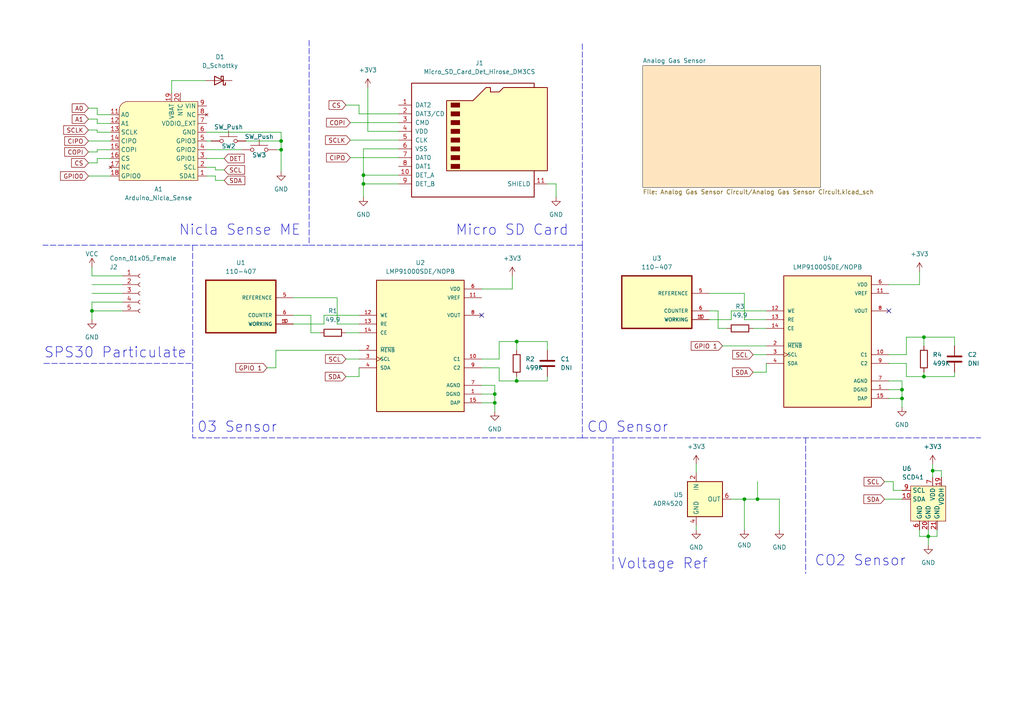
<source format=kicad_sch>
(kicad_sch (version 20211123) (generator eeschema)
  (paper "A4")
  (lib_symbols
    (symbol "Connector:Conn_01x05_Female" (pin_names (offset 1.016) hide)
      (property "Reference" "J" (at 0 7.62 0))
      (property "Value" "Conn_01x05_Female" (at 0 -7.62 0))
      (symbol "Conn_01x05_Female_1_1"
        (arc (start 0 -4.572) (mid -0.508 -5.08) (end 0 -5.588) (stroke (width 0.1524)))
        (arc (start 0 -2.032) (mid -0.508 -2.54) (end 0 -3.048) (stroke (width 0.1524)))
        (polyline (pts (xy -1.27 -5.08) (xy -0.508 -5.08)) (stroke (width 0.1524)))
        (polyline (pts (xy -1.27 -2.54) (xy -0.508 -2.54)) (stroke (width 0.1524)))
        (polyline (pts (xy -1.27 0) (xy -0.508 0)) (stroke (width 0.1524)))
        (polyline (pts (xy -1.27 2.54) (xy -0.508 2.54)) (stroke (width 0.1524)))
        (polyline (pts (xy -1.27 5.08) (xy -0.508 5.08)) (stroke (width 0.1524)))
        (arc (start 0 0.508) (mid -0.508 0) (end 0 -0.508) (stroke (width 0.1524)))
        (arc (start 0 3.048) (mid -0.508 2.54) (end 0 2.032) (stroke (width 0.1524)))
        (arc (start 0 5.588) (mid -0.508 5.08) (end 0 4.572) (stroke (width 0.1524)))
        (pin passive line (at -5.08 5.08 0) (length 3.81) (name "Pin_1") (number "1"))
        (pin passive line (at -5.08 2.54 0) (length 3.81) (name "Pin_2") (number "2"))
        (pin passive line (at -5.08 0 0) (length 3.81) (name "Pin_3") (number "3"))
        (pin passive line (at -5.08 -2.54 0) (length 3.81) (name "Pin_4") (number "4"))
        (pin passive line (at -5.08 -5.08 0) (length 3.81) (name "Pin_5") (number "5"))
      )
    )
    (symbol "Connector:Micro_SD_Card_Det_Hirose_DM3CS" (pin_names (offset 1.016))
      (property "Reference" "J" (at -16.51 17.78 0))
      (property "Value" "Micro_SD_Card_Det_Hirose_DM3CS" (at 16.51 17.78 0))
      (symbol "Micro_SD_Card_Det_Hirose_DM3CS_0_1"
        (rectangle (start -7.62 -6.985) (end -5.08 -8.255) (fill (type outline)))
        (rectangle (start -7.62 -4.445) (end -5.08 -5.715) (fill (type outline)))
        (rectangle (start -7.62 -1.905) (end -5.08 -3.175) (fill (type outline)))
        (rectangle (start -7.62 0.635) (end -5.08 -0.635) (fill (type outline)))
        (rectangle (start -7.62 3.175) (end -5.08 1.905) (fill (type outline)))
        (rectangle (start -7.62 5.715) (end -5.08 4.445) (fill (type outline)))
        (rectangle (start -7.62 8.255) (end -5.08 6.985) (fill (type outline)))
        (rectangle (start -7.62 10.795) (end -5.08 9.525) (fill (type outline)))
        (polyline (pts (xy 16.51 15.24) (xy 16.51 16.51) (xy -19.05 16.51) (xy -19.05 -16.51) (xy 16.51 -16.51) (xy 16.51 -8.89)) (stroke (width 0.254)))
        (polyline (pts (xy -8.89 -8.89) (xy -8.89 11.43) (xy -1.27 11.43) (xy 2.54 15.24) (xy 3.81 15.24) (xy 3.81 13.97) (xy 6.35 13.97) (xy 7.62 15.24) (xy 20.32 15.24) (xy 20.32 -8.89) (xy -8.89 -8.89)) (stroke (width 0.254)) (fill (type background)))
      )
      (symbol "Micro_SD_Card_Det_Hirose_DM3CS_1_1"
        (pin bidirectional line (at -22.86 10.16 0) (length 3.81) (name "DAT2") (number "1"))
        (pin passive line (at -22.86 -10.16 0) (length 3.81) (name "DET_A") (number "10"))
        (pin passive line (at 20.32 -12.7 180) (length 3.81) (name "SHIELD") (number "11"))
        (pin bidirectional line (at -22.86 7.62 0) (length 3.81) (name "DAT3/CD") (number "2"))
        (pin input line (at -22.86 5.08 0) (length 3.81) (name "CMD") (number "3"))
        (pin power_in line (at -22.86 2.54 0) (length 3.81) (name "VDD") (number "4"))
        (pin input line (at -22.86 0 0) (length 3.81) (name "CLK") (number "5"))
        (pin power_in line (at -22.86 -2.54 0) (length 3.81) (name "VSS") (number "6"))
        (pin bidirectional line (at -22.86 -5.08 0) (length 3.81) (name "DAT0") (number "7"))
        (pin bidirectional line (at -22.86 -7.62 0) (length 3.81) (name "DAT1") (number "8"))
        (pin passive line (at -22.86 -12.7 0) (length 3.81) (name "DET_B") (number "9"))
      )
    )
    (symbol "Device:C" (pin_numbers hide) (pin_names (offset 0.254))
      (property "Reference" "C" (at 0.635 2.54 0))
      (property "Value" "C" (at 0.635 -2.54 0))
      (symbol "C_0_1"
        (polyline (pts (xy -2.032 -0.762) (xy 2.032 -0.762)) (stroke (width 0.508)))
        (polyline (pts (xy -2.032 0.762) (xy 2.032 0.762)) (stroke (width 0.508)))
      )
      (symbol "C_1_1"
        (pin passive line (at 0 3.81 270) (length 2.794) (name "~") (number "1"))
        (pin passive line (at 0 -3.81 90) (length 2.794) (name "~") (number "2"))
      )
    )
    (symbol "Device:D_Schottky" (pin_numbers hide) (pin_names (offset 1.016) hide)
      (property "Reference" "D" (at 0 2.54 0))
      (property "Value" "D_Schottky" (at 0 -2.54 0))
      (symbol "D_Schottky_0_1"
        (polyline (pts (xy 1.27 0) (xy -1.27 0)))
        (polyline (pts (xy 1.27 1.27) (xy 1.27 -1.27) (xy -1.27 0) (xy 1.27 1.27)) (stroke (width 0.254)))
        (polyline (pts (xy -1.905 0.635) (xy -1.905 1.27) (xy -1.27 1.27) (xy -1.27 -1.27) (xy -0.635 -1.27) (xy -0.635 -0.635)) (stroke (width 0.254)))
      )
      (symbol "D_Schottky_1_1"
        (pin passive line (at -3.81 0 0) (length 2.54) (name "K") (number "1"))
        (pin passive line (at 3.81 0 180) (length 2.54) (name "A") (number "2"))
      )
    )
    (symbol "Device:R" (pin_numbers hide) (pin_names (offset 0))
      (property "Reference" "R" (at 2.032 0 90))
      (property "Value" "R" (at 0 0 90))
      (symbol "R_0_1"
        (rectangle (start -1.016 -2.54) (end 1.016 2.54) (stroke (width 0.254)))
      )
      (symbol "R_1_1"
        (pin passive line (at 0 3.81 270) (length 1.27) (name "~") (number "1"))
        (pin passive line (at 0 -3.81 90) (length 1.27) (name "~") (number "2"))
      )
    )
    (symbol "LMP91000SDE_NOPB:LMP91000SDE{slash}NOPB" (pin_names (offset 1.016))
      (property "Reference" "U" (at -12.7254 18.4658 0))
      (property "Value" "LMP91000SDE{slash}NOPB" (at -12.7 -22.86 0))
      (symbol "LMP91000SDE{slash}NOPB_0_0"
        (rectangle (start -12.7 -20.32) (end 12.7 17.78) (stroke (width 0.254)) (fill (type background)))
        (pin power_in line (at 17.78 -15.24 180) (length 5.08) (name "DGND") (number "1"))
        (pin passive line (at 17.78 -5.08 180) (length 5.08) (name "C1") (number "10"))
        (pin power_in line (at 17.78 12.7 180) (length 5.08) (name "VREF") (number "11"))
        (pin input line (at -17.78 7.62 0) (length 5.08) (name "WE") (number "12"))
        (pin input line (at -17.78 5.08 0) (length 5.08) (name "RE") (number "13"))
        (pin input line (at -17.78 2.54 0) (length 5.08) (name "CE") (number "14"))
        (pin power_in line (at 17.78 -17.78 180) (length 5.08) (name "DAP") (number "15"))
        (pin input line (at -17.78 -2.54 0) (length 5.08) (name "~{MENB}") (number "2"))
        (pin input clock (at -17.78 -5.08 0) (length 5.08) (name "SCL") (number "3"))
        (pin bidirectional line (at -17.78 -7.62 0) (length 5.08) (name "SDA") (number "4"))
        (pin power_in line (at 17.78 15.24 180) (length 5.08) (name "VDD") (number "6"))
        (pin power_in line (at 17.78 -12.7 180) (length 5.08) (name "AGND") (number "7"))
        (pin output line (at 17.78 7.62 180) (length 5.08) (name "VOUT") (number "8"))
        (pin passive line (at 17.78 -7.62 180) (length 5.08) (name "C2") (number "9"))
      )
    )
    (symbol "MCU_Module:Arduino_Nicla_Sense"
      (property "Reference" "A" (at -8.89 12.7 0))
      (property "Value" "Arduino_Nicla_Sense" (at -11.43 -12.7 0))
      (symbol "Arduino_Nicla_Sense_0_0"
        (pin bidirectional line (at 13.97 -10.16 180) (length 2.54) (name "SDA1") (number "1"))
        (pin input line (at -13.97 7.62 0) (length 2.54) (name "A0") (number "11"))
        (pin input line (at -13.97 5.08 0) (length 2.54) (name "A1") (number "12"))
        (pin output line (at -13.97 2.54 0) (length 2.54) (name "SCLK") (number "13"))
        (pin input line (at -13.97 0 0) (length 2.54) (name "CIPO") (number "14"))
        (pin output line (at -13.97 -2.54 0) (length 2.54) (name "COPI") (number "15"))
        (pin output line (at -13.97 -5.08 0) (length 2.54) (name "CS") (number "16"))
        (pin no_connect line (at -13.97 -7.62 0) (length 2.54) (name "NC") (number "17"))
        (pin bidirectional line (at -13.97 -10.16 0) (length 2.54) (name "GPIO0") (number "18"))
        (pin power_in line (at 3.81 13.97 270) (length 2.54) (name "VBAT") (number "19"))
        (pin bidirectional line (at 13.97 -7.62 180) (length 2.54) (name "SCL") (number "2"))
        (pin input line (at 6.35 13.97 270) (length 2.54) (name "NTC") (number "20"))
        (pin bidirectional line (at 13.97 -5.08 180) (length 2.54) (name "GPIO1") (number "3"))
        (pin bidirectional line (at 13.97 -2.54 180) (length 2.54) (name "GPIO2") (number "4"))
        (pin bidirectional line (at 13.97 0 180) (length 2.54) (name "GPIO3") (number "5"))
        (pin power_in line (at 13.97 2.54 180) (length 2.54) (name "GND") (number "6"))
        (pin input line (at 13.97 5.08 180) (length 2.54) (name "VDDIO_EXT") (number "7"))
        (pin no_connect line (at 13.97 7.62 180) (length 2.54) (name "NC") (number "8"))
        (pin power_in line (at 13.97 10.16 180) (length 2.54) (name "VIN") (number "9"))
      )
      (symbol "Arduino_Nicla_Sense_0_1"
        (arc (start -8.89 11.43) (mid -10.6861 10.6861) (end -11.43 8.89) (fill (type background)))
        (polyline (pts (xy -8.89 11.43) (xy 11.43 11.43) (xy 11.43 -11.43) (xy -11.43 -11.43) (xy -11.43 8.89)) (fill (type background)))
      )
    )
    (symbol "Reference_Voltage:ADR4520"
      (property "Reference" "U" (at 0 6.35 0))
      (property "Value" "ADR4520" (at 2.54 -6.35 0))
      (symbol "ADR4520_0_0"
        (pin no_connect line (at -5.08 0 0) (length 2.54) hide (name "NC") (number "3"))
        (pin no_connect line (at 5.08 2.54 180) (length 2.54) hide (name "NC") (number "7"))
        (pin no_connect line (at 5.08 -2.54 180) (length 2.54) hide (name "NC") (number "8"))
      )
      (symbol "ADR4520_0_1"
        (rectangle (start -5.08 5.08) (end 5.08 -5.08) (stroke (width 0.254)) (fill (type background)))
      )
      (symbol "ADR4520_1_1"
        (pin no_connect line (at -5.08 2.54 0) (length 2.54) hide (name "NC") (number "1"))
        (pin power_in line (at -2.54 7.62 270) (length 2.54) (name "IN") (number "2"))
        (pin power_in line (at -2.54 -7.62 90) (length 2.54) (name "GND") (number "4"))
        (pin no_connect line (at -5.08 -2.54 0) (length 2.54) hide (name "NC") (number "5"))
        (pin power_out line (at 7.62 0 180) (length 2.54) (name "OUT") (number "6"))
      )
    )
    (symbol "Sensirion:SCD41"
      (property "Reference" "U" (at -7.62 10.16 0))
      (property "Value" "SCD41" (at -5.08 7.62 0))
      (symbol "SCD41_0_0"
        (pin no_connect non_logic (at 17.78 13.97 0) (length 2.54) hide (name "DNC") (number "1"))
        (pin output line (at -7.62 1.27 0) (length 2.54) (name "SDA") (number "10"))
        (pin no_connect non_logic (at 17.78 -1.27 0) (length 2.54) hide (name "DNC") (number "11"))
        (pin no_connect non_logic (at 17.78 -3.81 0) (length 2.54) hide (name "DNC") (number "12"))
        (pin no_connect non_logic (at 17.78 -6.35 0) (length 2.54) hide (name "DNC") (number "13"))
        (pin no_connect non_logic (at 17.78 -8.89 0) (length 2.54) hide (name "DNC") (number "14"))
        (pin no_connect non_logic (at 17.78 -11.43 0) (length 2.54) hide (name "DNC") (number "15"))
        (pin no_connect non_logic (at 17.78 -13.97 0) (length 2.54) hide (name "DNC") (number "16"))
        (pin no_connect non_logic (at 17.78 -16.51 0) (length 2.54) hide (name "DNC") (number "17"))
        (pin no_connect non_logic (at 17.78 -19.05 0) (length 2.54) hide (name "DNC") (number "18"))
        (pin power_in line (at 3.81 7.62 270) (length 2.54) (name "VDDH") (number "19"))
        (pin no_connect non_logic (at 17.78 11.43 0) (length 2.54) hide (name "DNC") (number "2"))
        (pin power_in line (at 0 -7.62 90) (length 2.54) (name "GND") (number "20"))
        (pin power_in line (at 2.54 -7.62 90) (length 2.54) (name "GND") (number "21"))
        (pin no_connect non_logic (at 17.78 8.89 0) (length 2.54) hide (name "DNC") (number "3"))
        (pin no_connect non_logic (at 17.78 6.35 0) (length 2.54) hide (name "DNC") (number "4"))
        (pin no_connect non_logic (at 17.78 3.81 0) (length 2.54) hide (name "DNC") (number "5"))
        (pin power_in line (at -2.54 -7.62 90) (length 2.54) (name "GND") (number "6"))
        (pin power_out line (at 1.27 7.62 270) (length 2.54) (name "VDD") (number "7"))
        (pin no_connect non_logic (at 17.78 1.27 0) (length 2.54) hide (name "DNC") (number "8"))
        (pin input line (at -7.62 3.81 0) (length 2.54) (name "SCL") (number "9"))
      )
      (symbol "SCD41_0_1"
        (rectangle (start -5.08 5.08) (end 5.08 -5.08) (fill (type background)))
      )
    )
    (symbol "Spec_Sensor:110-407" (pin_names (offset 1.016))
      (property "Reference" "U" (at -10.16 8.382 0))
      (property "Value" "110-407" (at -10.16 -10.16 0))
      (symbol "110-407_0_0"
        (rectangle (start -10.16 -7.62) (end 10.16 7.62) (stroke (width 0.4064)) (fill (type background)))
        (pin bidirectional line (at -15.24 5.08 0) (length 5.08) (name "WORKING") (number "1"))
        (pin bidirectional line (at -15.24 5.08 0) (length 5.08) (name "WORKING") (number "10"))
        (pin bidirectional line (at -15.24 -2.54 0) (length 5.08) (name "REFERENCE") (number "5"))
        (pin bidirectional line (at -15.24 2.54 0) (length 5.08) (name "COUNTER") (number "6"))
      )
    )
    (symbol "Switch:SW_Push" (pin_numbers hide) (pin_names (offset 1.016) hide)
      (property "Reference" "SW" (at 1.27 2.54 0))
      (property "Value" "SW_Push" (at 0 -1.524 0))
      (symbol "SW_Push_0_1"
        (circle (center -2.032 0) (radius 0.508))
        (polyline (pts (xy 0 1.27) (xy 0 3.048)))
        (polyline (pts (xy 2.54 1.27) (xy -2.54 1.27)))
        (circle (center 2.032 0) (radius 0.508))
        (pin passive line (at -5.08 0 0) (length 2.54) (name "1") (number "1"))
        (pin passive line (at 5.08 0 180) (length 2.54) (name "2") (number "2"))
      )
    )
    (symbol "power:+3.3V" (power) (pin_names (offset 0))
      (property "Value" "+3.3V" (at 0 3.556 0))
      (symbol "+3.3V_0_1"
        (polyline (pts (xy -0.762 1.27) (xy 0 2.54)))
        (polyline (pts (xy 0 0) (xy 0 2.54)))
        (polyline (pts (xy 0 2.54) (xy 0.762 1.27)))
      )
      (symbol "+3.3V_1_1"
        (pin power_in line (at 0 0 90) (length 0) hide (name "+3V3") (number "1"))
      )
    )
    (symbol "power:GND" (power) (pin_names (offset 0))
      (property "Value" "GND" (at 0 -3.81 0))
      (symbol "GND_0_1"
        (polyline (pts (xy 0 0) (xy 0 -1.27) (xy 1.27 -1.27) (xy 0 -2.54) (xy -1.27 -1.27) (xy 0 -1.27)))
      )
      (symbol "GND_1_1"
        (pin power_in line (at 0 0 270) (length 0) hide (name "GND") (number "1"))
      )
    )
    (symbol "power:VCC" (power) (pin_names (offset 0))
      (property "Value" "VCC" (at 0 3.81 0))
      (symbol "VCC_0_1"
        (polyline (pts (xy -0.762 1.27) (xy 0 2.54)))
        (polyline (pts (xy 0 0) (xy 0 2.54)))
        (polyline (pts (xy 0 2.54) (xy 0.762 1.27)))
      )
      (symbol "VCC_1_1"
        (pin power_in line (at 0 0 90) (length 0) hide (name "VCC") (number "1"))
      )
    )
  )
  (junction (at 105.41 50.8))
  (junction (at 270.51 136.525))
  (junction (at 26.67 90.17))
  (junction (at 219.71 144.78))
  (junction (at 143.51 114.3))
  (junction (at 143.51 116.84))
  (junction (at 105.41 53.34))
  (junction (at 215.9 144.78))
  (junction (at 261.62 113.03))
  (junction (at 81.534 43.434))
  (junction (at 267.97 97.79))
  (junction (at 149.86 110.49))
  (junction (at 269.24 155.575))
  (junction (at 267.97 109.22))
  (junction (at 149.86 99.06))
  (junction (at 81.534 40.894))
  (junction (at 261.62 115.57))
  (no_connect (at 257.81 90.17))
  (no_connect (at 299.974 45.72))
  (no_connect (at 395.478 45.212))
  (no_connect (at 323.85 52.324))
  (no_connect (at 139.7 91.44))
  (wire (pts (xy 149.86 99.06) (xy 158.75 99.06)))
  (wire (pts (xy 201.93 134.62) (xy 201.93 137.16)))
  (wire (pts (xy 218.44 102.87) (xy 222.25 102.87)))
  (wire (pts (xy 104.14 33.02) (xy 104.14 30.48)))
  (wire (pts (xy 205.74 90.17) (xy 208.28 90.17)))
  (wire (pts (xy 28.194 35.814) (xy 28.194 34.544)))
  (wire (pts (xy 226.06 144.78) (xy 226.06 153.67)))
  (wire (pts (xy 93.98 93.98) (xy 93.98 91.44)))
  (wire (pts (xy 25.654 40.894) (xy 32.004 40.894)))
  (wire (pts (xy 267.97 97.79) (xy 267.97 100.33)))
  (wire (pts (xy 85.09 91.44) (xy 90.17 91.44)))
  (wire (pts (xy 261.62 142.24) (xy 259.08 142.24)))
  (wire (pts (xy 215.9 144.78) (xy 215.9 153.67)))
  (wire (pts (xy 26.67 90.17) (xy 26.67 92.71)))
  (wire (pts (xy 25.654 44.069) (xy 28.194 44.069)))
  (wire (pts (xy 261.62 113.03) (xy 261.62 115.57)))
  (polyline (pts (xy 89.662 11.684) (xy 89.662 71.12)))
  (wire (pts (xy 201.93 152.4) (xy 201.93 153.67)))
  (wire (pts (xy 105.41 53.34) (xy 115.57 53.34)))
  (wire (pts (xy 219.71 139.7) (xy 219.71 144.78)))
  (wire (pts (xy 148.59 80.01) (xy 148.59 83.82)))
  (wire (pts (xy 144.78 99.06) (xy 149.86 99.06)))
  (wire (pts (xy 267.97 107.95) (xy 267.97 109.22)))
  (wire (pts (xy 218.44 95.25) (xy 222.25 95.25)))
  (wire (pts (xy 266.7 153.67) (xy 266.7 155.575)))
  (polyline (pts (xy 55.88 71.12) (xy 55.88 127)))
  (wire (pts (xy 158.75 53.34) (xy 161.29 53.34)))
  (wire (pts (xy 218.44 107.95) (xy 222.25 107.95)))
  (wire (pts (xy 149.86 99.06) (xy 149.86 101.6)))
  (wire (pts (xy 32.004 35.814) (xy 28.194 35.814)))
  (wire (pts (xy 257.81 110.49) (xy 261.62 110.49)))
  (polyline (pts (xy 89.408 71.12) (xy 12.446 71.12)))
  (wire (pts (xy 115.57 50.8) (xy 105.41 50.8)))
  (wire (pts (xy 105.41 50.8) (xy 105.41 53.34)))
  (wire (pts (xy 101.6 35.56) (xy 115.57 35.56)))
  (wire (pts (xy 32.004 33.274) (xy 28.194 33.274)))
  (wire (pts (xy 28.194 44.069) (xy 28.194 43.434)))
  (wire (pts (xy 269.24 155.575) (xy 271.78 155.575)))
  (wire (pts (xy 219.71 144.78) (xy 226.06 144.78)))
  (wire (pts (xy 59.944 38.354) (xy 81.534 38.354)))
  (wire (pts (xy 90.17 91.44) (xy 90.17 96.52)))
  (wire (pts (xy 149.86 109.22) (xy 149.86 110.49)))
  (wire (pts (xy 25.654 51.054) (xy 32.004 51.054)))
  (wire (pts (xy 106.68 38.1) (xy 106.68 25.4)))
  (wire (pts (xy 139.7 116.84) (xy 143.51 116.84)))
  (wire (pts (xy 139.7 83.82) (xy 148.59 83.82)))
  (wire (pts (xy 257.81 82.55) (xy 266.7 82.55)))
  (wire (pts (xy 97.79 93.98) (xy 104.14 93.98)))
  (wire (pts (xy 26.67 87.63) (xy 26.67 90.17)))
  (wire (pts (xy 269.24 153.67) (xy 269.24 155.575)))
  (wire (pts (xy 267.97 109.22) (xy 262.89 109.22)))
  (wire (pts (xy 81.534 38.354) (xy 81.534 40.894)))
  (wire (pts (xy 90.17 96.52) (xy 92.71 96.52)))
  (wire (pts (xy 269.24 155.575) (xy 269.24 158.115)))
  (wire (pts (xy 256.54 144.78) (xy 261.62 144.78)))
  (wire (pts (xy 85.09 93.98) (xy 93.98 93.98)))
  (wire (pts (xy 209.55 100.33) (xy 222.25 100.33)))
  (wire (pts (xy 35.56 87.63) (xy 26.67 87.63)))
  (wire (pts (xy 262.89 105.41) (xy 257.81 105.41)))
  (wire (pts (xy 62.484 49.276) (xy 65.024 49.276)))
  (wire (pts (xy 212.09 144.78) (xy 215.9 144.78)))
  (wire (pts (xy 273.05 138.43) (xy 273.05 136.525)))
  (polyline (pts (xy 168.91 127) (xy 284.48 127)))
  (wire (pts (xy 271.78 153.67) (xy 271.78 155.575)))
  (wire (pts (xy 77.47 106.68) (xy 80.01 106.68)))
  (wire (pts (xy 105.41 43.18) (xy 105.41 50.8)))
  (wire (pts (xy 105.41 53.34) (xy 105.41 57.15)))
  (polyline (pts (xy 89.662 71.12) (xy 168.91 71.12)))
  (wire (pts (xy 62.484 49.276) (xy 62.484 48.514)))
  (wire (pts (xy 139.7 111.76) (xy 143.51 111.76)))
  (wire (pts (xy 25.654 47.244) (xy 28.194 47.244)))
  (wire (pts (xy 81.534 40.894) (xy 81.534 43.434)))
  (wire (pts (xy 49.784 26.924) (xy 49.784 23.368)))
  (wire (pts (xy 104.14 33.02) (xy 115.57 33.02)))
  (wire (pts (xy 266.7 78.74) (xy 266.7 82.55)))
  (polyline (pts (xy 177.8 127) (xy 177.8 165.1)))
  (wire (pts (xy 158.75 99.06) (xy 158.75 101.6)))
  (wire (pts (xy 261.62 110.49) (xy 261.62 113.03)))
  (wire (pts (xy 205.74 92.71) (xy 212.09 92.71)))
  (wire (pts (xy 215.9 92.71) (xy 222.25 92.71)))
  (wire (pts (xy 259.08 139.7) (xy 256.54 139.7)))
  (wire (pts (xy 262.89 97.79) (xy 267.97 97.79)))
  (wire (pts (xy 26.67 77.47) (xy 26.67 80.01)))
  (wire (pts (xy 115.57 38.1) (xy 106.68 38.1)))
  (wire (pts (xy 49.784 23.368) (xy 59.69 23.368)))
  (wire (pts (xy 28.194 45.974) (xy 32.004 45.974)))
  (polyline (pts (xy 168.91 12.7) (xy 168.91 71.12)))
  (wire (pts (xy 257.81 102.87) (xy 262.89 102.87)))
  (wire (pts (xy 28.194 38.354) (xy 32.004 38.354)))
  (wire (pts (xy 80.01 101.6) (xy 80.01 106.68)))
  (polyline (pts (xy 12.7 105.41) (xy 55.88 105.41)))
  (wire (pts (xy 161.29 53.34) (xy 161.29 57.15)))
  (wire (pts (xy 100.33 109.22) (xy 104.14 109.22)))
  (wire (pts (xy 144.78 104.14) (xy 144.78 99.06)))
  (wire (pts (xy 80.264 43.434) (xy 81.534 43.434)))
  (wire (pts (xy 212.09 90.17) (xy 222.25 90.17)))
  (wire (pts (xy 28.194 37.719) (xy 28.194 38.354)))
  (wire (pts (xy 25.654 37.719) (xy 28.194 37.719)))
  (wire (pts (xy 158.75 110.49) (xy 149.86 110.49)))
  (wire (pts (xy 149.86 110.49) (xy 144.78 110.49)))
  (wire (pts (xy 62.484 48.514) (xy 59.944 48.514)))
  (wire (pts (xy 101.6 40.64) (xy 115.57 40.64)))
  (wire (pts (xy 85.09 86.36) (xy 97.79 86.36)))
  (wire (pts (xy 276.86 107.95) (xy 276.86 109.22)))
  (wire (pts (xy 158.75 109.22) (xy 158.75 110.49)))
  (wire (pts (xy 35.56 80.01) (xy 26.67 80.01)))
  (wire (pts (xy 139.7 104.14) (xy 144.78 104.14)))
  (wire (pts (xy 215.9 85.09) (xy 215.9 92.71)))
  (wire (pts (xy 62.484 52.324) (xy 65.024 52.324)))
  (wire (pts (xy 100.33 104.14) (xy 104.14 104.14)))
  (wire (pts (xy 222.25 107.95) (xy 222.25 105.41)))
  (wire (pts (xy 257.81 115.57) (xy 261.62 115.57)))
  (wire (pts (xy 270.51 138.43) (xy 270.51 136.525)))
  (wire (pts (xy 276.86 97.79) (xy 276.86 100.33)))
  (wire (pts (xy 28.194 47.244) (xy 28.194 45.974)))
  (polyline (pts (xy 233.68 127) (xy 233.68 166.37)))
  (wire (pts (xy 104.14 101.6) (xy 80.01 101.6)))
  (wire (pts (xy 93.98 91.44) (xy 104.14 91.44)))
  (wire (pts (xy 71.374 40.894) (xy 81.534 40.894)))
  (wire (pts (xy 262.89 109.22) (xy 262.89 105.41)))
  (wire (pts (xy 101.6 45.72) (xy 115.57 45.72)))
  (wire (pts (xy 143.51 114.3) (xy 143.51 116.84)))
  (wire (pts (xy 212.09 92.71) (xy 212.09 90.17)))
  (wire (pts (xy 59.944 45.974) (xy 65.024 45.974)))
  (wire (pts (xy 100.33 96.52) (xy 104.14 96.52)))
  (wire (pts (xy 267.97 97.79) (xy 276.86 97.79)))
  (wire (pts (xy 266.7 155.575) (xy 269.24 155.575)))
  (wire (pts (xy 81.534 43.434) (xy 81.534 49.784)))
  (wire (pts (xy 25.654 34.544) (xy 28.194 34.544)))
  (wire (pts (xy 205.74 85.09) (xy 215.9 85.09)))
  (wire (pts (xy 143.51 116.84) (xy 143.51 119.38)))
  (wire (pts (xy 143.51 111.76) (xy 143.51 114.3)))
  (wire (pts (xy 104.14 30.48) (xy 100.33 30.48)))
  (wire (pts (xy 59.944 51.054) (xy 62.484 51.054)))
  (wire (pts (xy 144.78 106.68) (xy 139.7 106.68)))
  (wire (pts (xy 259.08 142.24) (xy 259.08 139.7)))
  (wire (pts (xy 28.194 33.274) (xy 28.194 31.369)))
  (wire (pts (xy 25.654 31.369) (xy 28.194 31.369)))
  (wire (pts (xy 208.28 95.25) (xy 210.82 95.25)))
  (wire (pts (xy 276.86 109.22) (xy 267.97 109.22)))
  (polyline (pts (xy 168.91 71.12) (xy 168.91 127)))
  (polyline (pts (xy 168.91 127) (xy 55.88 127)))
  (wire (pts (xy 26.67 85.09) (xy 35.56 85.09)))
  (wire (pts (xy 208.28 90.17) (xy 208.28 95.25)))
  (wire (pts (xy 273.05 136.525) (xy 270.51 136.525)))
  (wire (pts (xy 62.484 51.054) (xy 62.484 52.324)))
  (wire (pts (xy 59.944 43.434) (xy 70.104 43.434)))
  (wire (pts (xy 261.62 115.57) (xy 261.62 118.11)))
  (wire (pts (xy 28.194 43.434) (xy 32.004 43.434)))
  (wire (pts (xy 97.79 86.36) (xy 97.79 93.98)))
  (wire (pts (xy 215.9 144.78) (xy 219.71 144.78)))
  (wire (pts (xy 26.67 82.55) (xy 35.56 82.55)))
  (wire (pts (xy 115.57 43.18) (xy 105.41 43.18)))
  (wire (pts (xy 26.67 90.17) (xy 35.56 90.17)))
  (wire (pts (xy 270.51 134.62) (xy 270.51 136.525)))
  (wire (pts (xy 139.7 114.3) (xy 143.51 114.3)))
  (wire (pts (xy 144.78 110.49) (xy 144.78 106.68)))
  (wire (pts (xy 59.944 40.894) (xy 61.214 40.894)))
  (wire (pts (xy 262.89 102.87) (xy 262.89 97.79)))
  (wire (pts (xy 104.14 109.22) (xy 104.14 106.68)))
  (wire (pts (xy 257.81 113.03) (xy 261.62 113.03)))
  (text "SPS30 Particulate\n" (at 12.7 104.14 0) (effects (font (size 3 3)) (justify left bottom)))
  (text "Micro SD Card\n" (at 132.08 68.58 0) (effects (font (size 3 3)) (justify left bottom)))
  (text "CO2 Sensor\n" (at 236.22 164.465 0) (effects (font (size 3 3)) (justify left bottom)))
  (text "03 Sensor\n" (at 57.15 125.73 0) (effects (font (size 3 3)) (justify left bottom)))
  (text "Nicla Sense ME\n" (at 51.816 68.58 0) (effects (font (size 3 3)) (justify left bottom)))
  (text "CO Sensor\n" (at 170.18 125.73 0) (effects (font (size 3 3)) (justify left bottom)))
  (text "Voltage Ref\n\n" (at 179.07 170.18 0) (effects (font (size 3 3)) (justify left bottom)))
  (global_label "SCLK" (shape input) (at 101.6 40.64 180) (property "Intersheet References" "${INTERSHEET_REFS}" (effects hide)))
  (global_label "GPIO0" (shape input) (at 25.654 51.054 180) (property "Intersheet References" "${INTERSHEET_REFS}" (effects hide)))
  (global_label "GPIO 1" (shape input) (at 77.47 106.68 180) (property "Intersheet References" "${INTERSHEET_REFS}" (effects hide)))
  (global_label "DET" (shape input) (at 65.024 45.974 0) (property "Intersheet References" "${INTERSHEET_REFS}" (effects hide)))
  (global_label "SCL" (shape input) (at 65.024 49.276 0) (property "Intersheet References" "${INTERSHEET_REFS}" (effects hide)))
  (global_label "COPI" (shape input) (at 25.654 44.069 180) (property "Intersheet References" "${INTERSHEET_REFS}" (effects hide)))
  (global_label "SCL" (shape input) (at 256.54 139.7 180) (property "Intersheet References" "${INTERSHEET_REFS}" (effects hide)))
  (global_label "SDA" (shape input) (at 65.024 52.324 0) (property "Intersheet References" "${INTERSHEET_REFS}" (effects hide)))
  (global_label "SCL" (shape input) (at 218.44 102.87 180) (property "Intersheet References" "${INTERSHEET_REFS}" (effects hide)))
  (global_label "SCLK" (shape input) (at 25.654 37.719 180) (property "Intersheet References" "${INTERSHEET_REFS}" (effects hide)))
  (global_label "A0" (shape input) (at 25.654 31.369 180) (property "Intersheet References" "${INTERSHEET_REFS}" (effects hide)))
  (global_label "GPIO 1" (shape input) (at 209.55 100.33 180) (property "Intersheet References" "${INTERSHEET_REFS}" (effects hide)))
  (global_label "CS" (shape input) (at 100.33 30.48 180) (property "Intersheet References" "${INTERSHEET_REFS}" (effects hide)))
  (global_label "SDA" (shape input) (at 100.33 109.22 180) (property "Intersheet References" "${INTERSHEET_REFS}" (effects hide)))
  (global_label "SDA" (shape input) (at 256.54 144.78 180) (property "Intersheet References" "${INTERSHEET_REFS}" (effects hide)))
  (global_label "CIPO" (shape input) (at 25.654 40.894 180) (property "Intersheet References" "${INTERSHEET_REFS}" (effects hide)))
  (global_label "COPI" (shape input) (at 101.6 35.56 180) (property "Intersheet References" "${INTERSHEET_REFS}" (effects hide)))
  (global_label "CIPO" (shape input) (at 101.6 45.72 180) (property "Intersheet References" "${INTERSHEET_REFS}" (effects hide)))
  (global_label "A1" (shape input) (at 25.654 34.544 180) (property "Intersheet References" "${INTERSHEET_REFS}" (effects hide)))
  (global_label "SDA" (shape input) (at 218.44 107.95 180) (property "Intersheet References" "${INTERSHEET_REFS}" (effects hide)))
  (global_label "SCL" (shape input) (at 100.33 104.14 180) (property "Intersheet References" "${INTERSHEET_REFS}" (effects hide)))
  (global_label "CS" (shape input) (at 25.654 47.244 180) (property "Intersheet References" "${INTERSHEET_REFS}" (effects hide)))
  (symbol (lib_id "Device:R") (at 267.97 104.14 0) (unit 1)
    (property "Reference" "R4" (at 270.51 102.8699 0) (effects (justify left)))
    (property "Value" "499K" (at 270.51 105.4099 0) (effects (justify left)))
    (property "Footprint" "Resistor_SMD:R_0201_0603Metric" (effects hide))
  )
  (symbol (lib_id "power:GND") (at 143.51 119.38 0) (unit 1)
    (property "Reference" "#PWR0127" (effects hide))
    (property "Value" "GND" (at 143.51 124.46 0))
  )
  (symbol (lib_id "power:+3.3V") (at 106.68 25.4 0) (unit 1)
    (property "Reference" "#PWR0102" (effects hide))
    (property "Value" "+3.3V" (at 106.68 20.32 0))
  )
  (symbol (lib_id "LMP91000SDE_NOPB:LMP91000SDE{slash}NOPB") (at 121.92 99.06 0) (unit 1)
    (property "Reference" "U2" (at 121.92 76.2 0))
    (property "Value" "LMP91000SDE/NOPB" (at 121.92 78.74 0))
    (property "Footprint" "LMP91000SDE_NOPB:SON50P400X400X80-15N" (effects hide))
    (property "PARTREV" "DEC 2014" (effects hide))
    (property "STANDARD" "IPC-7351B" (effects hide))
    (property "MAXIMUM_PACKAGE_HEIGHT" "0.8mm" (effects hide))
    (property "MANUFACTURER" "Texas Instruments" (effects hide))
  )
  (symbol (lib_id "power:GND") (at 105.41 57.15 0) (unit 1)
    (property "Reference" "#PWR0101" (effects hide))
    (property "Value" "GND" (at 105.41 62.23 0))
  )
  (symbol (lib_id "Spec_Sensor:110-407") (at 69.85 88.9 180) (unit 1)
    (property "Reference" "U1" (at 69.85 76.2 0))
    (property "Value" "110-407" (at 69.85 78.74 0))
    (property "Footprint" "SPEC_Sensor:XDCR_110-407" (effects hide))
    (property "STANDARD" "Manufacturer Recommendations" (effects hide))
    (property "MANUFACTURER" "SPEC Sensors" (effects hide))
    (property "PARTREV" "June 2017" (effects hide))
  )
  (symbol (lib_id "power:+3.3V") (at 266.7 78.74 0) (unit 1)
    (property "Reference" "#PWR0108" (effects hide))
    (property "Value" "+3.3V" (at 266.7 73.66 0))
  )
  (symbol (lib_id "power:+3.3V") (at 201.93 134.62 0) (unit 1)
    (property "Reference" "#PWR0104" (effects hide))
    (property "Value" "+3.3V" (at 201.93 129.54 0))
  )
  (symbol (lib_id "Sensirion:SCD41") (at 269.24 146.05 0) (unit 1)
    (property "Reference" "U6" (at 261.62 135.89 0) (effects (justify left)))
    (property "Value" "SCD41" (at 261.62 138.43 0) (effects (justify left)))
    (property "Footprint" "Sensor:SCD4x" (effects hide))
  )
  (symbol (lib_id "Device:R") (at 214.63 95.25 90) (unit 1)
    (property "Reference" "R3" (at 214.63 88.9 90))
    (property "Value" "49.9" (at 214.63 91.44 90))
    (property "Footprint" "Resistor_SMD:R_0201_0603Metric" (effects hide))
  )
  (symbol (lib_id "power:GND") (at 261.62 118.11 0) (unit 1)
    (property "Reference" "#PWR03" (effects hide))
    (property "Value" "GND" (at 261.62 123.19 0))
  )
  (symbol (lib_id "power:GND") (at 215.9 153.67 0) (unit 1)
    (property "Reference" "#PWR0106" (effects hide))
    (property "Value" "GND" (at 215.9 158.115 0))
  )
  (symbol (lib_id "MCU_Module:Arduino_Nicla_Sense") (at 45.974 40.894 0) (unit 1)
    (property "Reference" "A1" (at 45.974 54.864 0))
    (property "Value" "Arduino_Nicla_Sense" (at 45.974 57.404 0))
  )
  (symbol (lib_id "Connector:Conn_01x05_Female") (at 40.64 85.09 0) (unit 1)
    (property "Reference" "J2" (at 31.75 77.47 0) (effects (justify left)))
    (property "Value" "Conn_01x05_Female" (at 31.75 74.93 0) (effects (justify left)))
  )
  (symbol (lib_id "power:VCC") (at 26.67 77.47 0) (unit 1)
    (property "Reference" "#PWR0126" (effects hide))
    (property "Value" "VCC" (at 26.67 73.66 0))
  )
  (symbol (lib_id "Switch:SW_Push") (at 75.184 43.434 0) (unit 1)
    (property "Reference" "SW3" (at 75.184 44.958 0))
    (property "Value" "SW_Push" (at 75.184 39.624 0))
  )
  (symbol (lib_id "power:+3.3V") (at 270.51 134.62 0) (unit 1)
    (property "Reference" "#PWR0110" (effects hide))
    (property "Value" "+3.3V" (at 270.51 129.54 0))
  )
  (symbol (lib_id "Device:D_Schottky") (at 63.5 23.368 180) (unit 1)
    (property "Reference" "D1" (at 63.8175 16.51 0))
    (property "Value" "D_Schottky" (at 63.8175 19.05 0))
  )
  (symbol (lib_id "Switch:SW_Push") (at 66.294 40.894 0) (unit 1)
    (property "Reference" "SW2" (at 66.294 42.418 0))
    (property "Value" "SW_Push" (at 66.294 36.83 0))
  )
  (symbol (lib_id "power:GND") (at 81.534 49.784 0) (unit 1)
    (property "Reference" "#PWR0111" (effects hide))
    (property "Value" "GND" (at 81.534 54.864 0))
  )
  (symbol (lib_id "power:GND") (at 26.67 92.71 0) (unit 1)
    (property "Reference" "#PWR0125" (effects hide))
    (property "Value" "GND" (at 26.67 97.79 0))
  )
  (symbol (lib_id "power:GND") (at 269.24 158.115 0) (unit 1)
    (property "Reference" "#PWR04" (effects hide))
    (property "Value" "GND" (at 269.24 163.195 0))
  )
  (symbol (lib_id "Device:R") (at 96.52 96.52 90) (unit 1)
    (property "Reference" "R1" (at 96.52 90.17 90))
    (property "Value" "49.9" (at 96.52 92.71 90))
    (property "Footprint" "Resistor_SMD:R_0201_0603Metric" (effects hide))
  )
  (symbol (lib_id "power:GND") (at 226.06 153.67 0) (unit 1)
    (property "Reference" "#PWR0105" (effects hide))
    (property "Value" "GND" (at 226.06 158.75 0))
  )
  (symbol (lib_id "Device:C") (at 276.86 104.14 0) (unit 1)
    (property "Reference" "C2" (at 280.67 102.8699 0) (effects (justify left)))
    (property "Value" "DNI" (at 280.67 105.4099 0) (effects (justify left)))
  )
  (symbol (lib_id "Device:C") (at 158.75 105.41 0) (unit 1)
    (property "Reference" "C1" (at 162.56 104.1399 0) (effects (justify left)))
    (property "Value" "DNI" (at 162.56 106.6799 0) (effects (justify left)))
  )
  (symbol (lib_id "Connector:Micro_SD_Card_Det_Hirose_DM3CS") (at 138.43 40.64 0) (unit 1)
    (property "Reference" "J1" (at 139.065 18.288 0))
    (property "Value" "Micro_SD_Card_Det_Hirose_DM3CS" (at 139.065 20.828 0))
    (property "Footprint" "DM3CS-SF(1):HRS_DM3CS-SF" (effects hide))
    (property "Datasheet" "https://www.hirose.com/product/en/download_file/key_name/DM3/category/Catalog/doc_file_id/49662/?file_category_id=4&item_id=195&is_series=1" (effects hide))
  )
  (symbol (lib_id "power:GND") (at 201.93 153.67 0) (unit 1)
    (property "Reference" "#PWR0107" (effects hide))
    (property "Value" "GND" (at 201.93 158.75 0))
  )
  (symbol (lib_id "Reference_Voltage:ADR4520") (at 204.47 144.78 0) (unit 1)
    (property "Reference" "U5" (at 198.12 143.5099 0) (effects (justify right)))
    (property "Value" "ADR4520" (at 198.12 146.0499 0) (effects (justify right)))
    (property "Footprint" "Package_SO:SOIC-8_3.9x4.9mm_P1.27mm" (effects hide))
    (property "Datasheet" "https://www.analog.com/media/en/technical-documentation/data-sheets/ADR4520_4525_4530_4533_4540_4550.pdf" (effects hide))
  )
  (symbol (lib_id "Spec_Sensor:110-407") (at 190.5 87.63 180) (unit 1)
    (property "Reference" "U3" (at 190.5 74.93 0))
    (property "Value" "110-407" (at 190.5 77.47 0))
    (property "Footprint" "SPEC_Sensor:XDCR_110-407" (effects hide))
    (property "STANDARD" "Manufacturer Recommendations" (effects hide))
    (property "MANUFACTURER" "SPEC Sensors" (effects hide))
    (property "PARTREV" "June 2017" (effects hide))
  )
  (symbol (lib_id "power:+3.3V") (at 148.59 80.01 0) (unit 1)
    (property "Reference" "#PWR0109" (effects hide))
    (property "Value" "+3.3V" (at 148.59 74.93 0))
  )
  (symbol (lib_id "LMP91000SDE_NOPB:LMP91000SDE{slash}NOPB") (at 240.03 97.79 0) (unit 1)
    (property "Reference" "U4" (at 240.03 74.93 0))
    (property "Value" "LMP91000SDE/NOPB" (at 240.03 77.47 0))
    (property "Footprint" "LMP91000SDE_NOPB:SON50P400X400X80-15N" (effects hide))
    (property "PARTREV" "DEC 2014" (effects hide))
    (property "STANDARD" "IPC-7351B" (effects hide))
    (property "MAXIMUM_PACKAGE_HEIGHT" "0.8mm" (effects hide))
    (property "MANUFACTURER" "Texas Instruments" (effects hide))
  )
  (symbol (lib_id "power:GND") (at 161.29 57.15 0) (unit 1)
    (property "Reference" "#PWR0103" (effects hide))
    (property "Value" "GND" (at 161.29 62.23 0))
  )
  (symbol (lib_id "Device:R") (at 149.86 105.41 0) (unit 1)
    (property "Reference" "R2" (at 152.4 104.1399 0) (effects (justify left)))
    (property "Value" "499K" (at 152.4 106.6799 0) (effects (justify left)))
    (property "Footprint" "Resistor_SMD:R_0201_0603Metric" (effects hide))
  )
  (sheet (at 186.436 19.05) (size 51.562 35.306) (stroke (width 0.1524) (color 72 72 72 1)) (fill (color 255 229 191 1.0000))
    (property "Sheet name" "Analog Gas Sensor" (at 186.436 18.3384 0) (effects (justify left bottom)))
    (property "Sheet file" "Analog Gas Sensor Circuit/Analog Gas Sensor Circuit.kicad_sch" (at 186.436 54.9406 0) (effects (justify left top)))
  )
)
</source>
